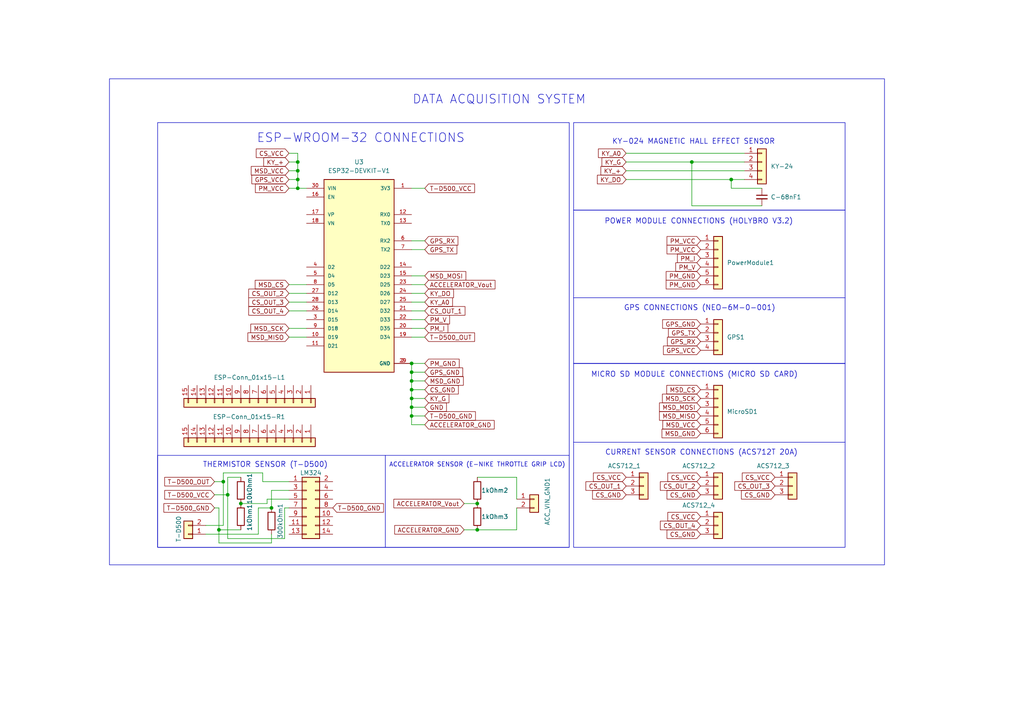
<source format=kicad_sch>
(kicad_sch (version 20231120) (generator "eeschema") (generator_version "8.0")
  (paper "A4")
  (title_block (title "DATA ACQUISITION SYSTEM") (company "GRUPO DE CONTROL AUTOMATICO"))
  (lib_symbols
    (symbol "Connector_Generic:Conn_01x02" (pin_names (offset 1.016) hide)
      (property "Reference" "J" (at 0 2.54 0))
      (property "Value" "Conn_01x02" (at 0 -5.08 0))
      (symbol "Conn_01x02_1_1"
        (rectangle (start -1.27 -2.413) (end 0 -2.667) (stroke (width 0.1524)))
        (rectangle (start -1.27 0.127) (end 0 -0.127) (stroke (width 0.1524)))
        (rectangle (start -1.27 1.27) (end 1.27 -3.81) (stroke (width 0.254)) (fill (type background)))
        (pin passive line (at -5.08 0 0) (length 3.81) (name "Pin_1") (number "1"))
        (pin passive line (at -5.08 -2.54 0) (length 3.81) (name "Pin_2") (number "2"))
      )
    )
    (symbol "Connector_Generic:Conn_01x03" (pin_names (offset 1.016) hide)
      (property "Reference" "J" (at 0 5.08 0))
      (property "Value" "Conn_01x03" (at 0 -5.08 0))
      (symbol "Conn_01x03_1_1"
        (rectangle (start -1.27 -2.413) (end 0 -2.667) (stroke (width 0.1524)))
        (rectangle (start -1.27 0.127) (end 0 -0.127) (stroke (width 0.1524)))
        (rectangle (start -1.27 2.667) (end 0 2.413) (stroke (width 0.1524)))
        (rectangle (start -1.27 3.81) (end 1.27 -3.81) (stroke (width 0.254)) (fill (type background)))
        (pin passive line (at -5.08 2.54 0) (length 3.81) (name "Pin_1") (number "1"))
        (pin passive line (at -5.08 0 0) (length 3.81) (name "Pin_2") (number "2"))
        (pin passive line (at -5.08 -2.54 0) (length 3.81) (name "Pin_3") (number "3"))
      )
    )
    (symbol "Connector_Generic:Conn_01x04" (pin_names (offset 1.016) hide)
      (property "Reference" "J" (at 0 5.08 0))
      (property "Value" "Conn_01x04" (at 0 -7.62 0))
      (symbol "Conn_01x04_1_1"
        (rectangle (start -1.27 -4.953) (end 0 -5.207) (stroke (width 0.1524)))
        (rectangle (start -1.27 -2.413) (end 0 -2.667) (stroke (width 0.1524)))
        (rectangle (start -1.27 0.127) (end 0 -0.127) (stroke (width 0.1524)))
        (rectangle (start -1.27 2.667) (end 0 2.413) (stroke (width 0.1524)))
        (rectangle (start -1.27 3.81) (end 1.27 -6.35) (stroke (width 0.254)) (fill (type background)))
        (pin passive line (at -5.08 2.54 0) (length 3.81) (name "Pin_1") (number "1"))
        (pin passive line (at -5.08 0 0) (length 3.81) (name "Pin_2") (number "2"))
        (pin passive line (at -5.08 -2.54 0) (length 3.81) (name "Pin_3") (number "3"))
        (pin passive line (at -5.08 -5.08 0) (length 3.81) (name "Pin_4") (number "4"))
      )
    )
    (symbol "Connector_Generic:Conn_01x06" (pin_names (offset 1.016) hide)
      (property "Reference" "J" (at 0 7.62 0))
      (property "Value" "Conn_01x06" (at 0 -10.16 0))
      (symbol "Conn_01x06_1_1"
        (rectangle (start -1.27 -7.493) (end 0 -7.747) (stroke (width 0.1524)))
        (rectangle (start -1.27 -4.953) (end 0 -5.207) (stroke (width 0.1524)))
        (rectangle (start -1.27 -2.413) (end 0 -2.667) (stroke (width 0.1524)))
        (rectangle (start -1.27 0.127) (end 0 -0.127) (stroke (width 0.1524)))
        (rectangle (start -1.27 2.667) (end 0 2.413) (stroke (width 0.1524)))
        (rectangle (start -1.27 5.207) (end 0 4.953) (stroke (width 0.1524)))
        (rectangle (start -1.27 6.35) (end 1.27 -8.89) (stroke (width 0.254)) (fill (type background)))
        (pin passive line (at -5.08 5.08 0) (length 3.81) (name "Pin_1") (number "1"))
        (pin passive line (at -5.08 2.54 0) (length 3.81) (name "Pin_2") (number "2"))
        (pin passive line (at -5.08 0 0) (length 3.81) (name "Pin_3") (number "3"))
        (pin passive line (at -5.08 -2.54 0) (length 3.81) (name "Pin_4") (number "4"))
        (pin passive line (at -5.08 -5.08 0) (length 3.81) (name "Pin_5") (number "5"))
        (pin passive line (at -5.08 -7.62 0) (length 3.81) (name "Pin_6") (number "6"))
      )
    )
    (symbol "Connector_Generic:Conn_01x15" (pin_names (offset 1.016) hide)
      (property "Reference" "J" (at 0 20.32 0))
      (property "Value" "Conn_01x15" (at 0 -20.32 0))
      (symbol "Conn_01x15_1_1"
        (rectangle (start -1.27 -17.653) (end 0 -17.907) (stroke (width 0.1524)))
        (rectangle (start -1.27 -15.113) (end 0 -15.367) (stroke (width 0.1524)))
        (rectangle (start -1.27 -12.573) (end 0 -12.827) (stroke (width 0.1524)))
        (rectangle (start -1.27 -10.033) (end 0 -10.287) (stroke (width 0.1524)))
        (rectangle (start -1.27 -7.493) (end 0 -7.747) (stroke (width 0.1524)))
        (rectangle (start -1.27 -4.953) (end 0 -5.207) (stroke (width 0.1524)))
        (rectangle (start -1.27 -2.413) (end 0 -2.667) (stroke (width 0.1524)))
        (rectangle (start -1.27 0.127) (end 0 -0.127) (stroke (width 0.1524)))
        (rectangle (start -1.27 2.667) (end 0 2.413) (stroke (width 0.1524)))
        (rectangle (start -1.27 5.207) (end 0 4.953) (stroke (width 0.1524)))
        (rectangle (start -1.27 7.747) (end 0 7.493) (stroke (width 0.1524)))
        (rectangle (start -1.27 10.287) (end 0 10.033) (stroke (width 0.1524)))
        (rectangle (start -1.27 12.827) (end 0 12.573) (stroke (width 0.1524)))
        (rectangle (start -1.27 15.367) (end 0 15.113) (stroke (width 0.1524)))
        (rectangle (start -1.27 17.907) (end 0 17.653) (stroke (width 0.1524)))
        (rectangle (start -1.27 19.05) (end 1.27 -19.05) (stroke (width 0.254)) (fill (type background)))
        (pin passive line (at -5.08 17.78 0) (length 3.81) (name "Pin_1") (number "1"))
        (pin passive line (at -5.08 -5.08 0) (length 3.81) (name "Pin_10") (number "10"))
        (pin passive line (at -5.08 -7.62 0) (length 3.81) (name "Pin_11") (number "11"))
        (pin passive line (at -5.08 -10.16 0) (length 3.81) (name "Pin_12") (number "12"))
        (pin passive line (at -5.08 -12.7 0) (length 3.81) (name "Pin_13") (number "13"))
        (pin passive line (at -5.08 -15.24 0) (length 3.81) (name "Pin_14") (number "14"))
        (pin passive line (at -5.08 -17.78 0) (length 3.81) (name "Pin_15") (number "15"))
        (pin passive line (at -5.08 15.24 0) (length 3.81) (name "Pin_2") (number "2"))
        (pin passive line (at -5.08 12.7 0) (length 3.81) (name "Pin_3") (number "3"))
        (pin passive line (at -5.08 10.16 0) (length 3.81) (name "Pin_4") (number "4"))
        (pin passive line (at -5.08 7.62 0) (length 3.81) (name "Pin_5") (number "5"))
        (pin passive line (at -5.08 5.08 0) (length 3.81) (name "Pin_6") (number "6"))
        (pin passive line (at -5.08 2.54 0) (length 3.81) (name "Pin_7") (number "7"))
        (pin passive line (at -5.08 0 0) (length 3.81) (name "Pin_8") (number "8"))
        (pin passive line (at -5.08 -2.54 0) (length 3.81) (name "Pin_9") (number "9"))
      )
    )
    (symbol "Connector_Generic:Conn_02x07_Odd_Even" (pin_names (offset 1.016) hide)
      (property "Reference" "J" (at 1.27 10.16 0))
      (property "Value" "Conn_02x07_Odd_Even" (at 1.27 -10.16 0))
      (symbol "Conn_02x07_Odd_Even_1_1"
        (rectangle (start -1.27 -7.493) (end 0 -7.747) (stroke (width 0.1524)))
        (rectangle (start -1.27 -4.953) (end 0 -5.207) (stroke (width 0.1524)))
        (rectangle (start -1.27 -2.413) (end 0 -2.667) (stroke (width 0.1524)))
        (rectangle (start -1.27 0.127) (end 0 -0.127) (stroke (width 0.1524)))
        (rectangle (start -1.27 2.667) (end 0 2.413) (stroke (width 0.1524)))
        (rectangle (start -1.27 5.207) (end 0 4.953) (stroke (width 0.1524)))
        (rectangle (start -1.27 7.747) (end 0 7.493) (stroke (width 0.1524)))
        (rectangle (start -1.27 8.89) (end 3.81 -8.89) (stroke (width 0.254)) (fill (type background)))
        (rectangle (start 3.81 -7.493) (end 2.54 -7.747) (stroke (width 0.1524)))
        (rectangle (start 3.81 -4.953) (end 2.54 -5.207) (stroke (width 0.1524)))
        (rectangle (start 3.81 -2.413) (end 2.54 -2.667) (stroke (width 0.1524)))
        (rectangle (start 3.81 0.127) (end 2.54 -0.127) (stroke (width 0.1524)))
        (rectangle (start 3.81 2.667) (end 2.54 2.413) (stroke (width 0.1524)))
        (rectangle (start 3.81 5.207) (end 2.54 4.953) (stroke (width 0.1524)))
        (rectangle (start 3.81 7.747) (end 2.54 7.493) (stroke (width 0.1524)))
        (pin passive line (at -5.08 7.62 0) (length 3.81) (name "Pin_1") (number "1"))
        (pin passive line (at 7.62 -2.54 180) (length 3.81) (name "Pin_10") (number "10"))
        (pin passive line (at -5.08 -5.08 0) (length 3.81) (name "Pin_11") (number "11"))
        (pin passive line (at 7.62 -5.08 180) (length 3.81) (name "Pin_12") (number "12"))
        (pin passive line (at -5.08 -7.62 0) (length 3.81) (name "Pin_13") (number "13"))
        (pin passive line (at 7.62 -7.62 180) (length 3.81) (name "Pin_14") (number "14"))
        (pin passive line (at 7.62 7.62 180) (length 3.81) (name "Pin_2") (number "2"))
        (pin passive line (at -5.08 5.08 0) (length 3.81) (name "Pin_3") (number "3"))
        (pin passive line (at 7.62 5.08 180) (length 3.81) (name "Pin_4") (number "4"))
        (pin passive line (at -5.08 2.54 0) (length 3.81) (name "Pin_5") (number "5"))
        (pin passive line (at 7.62 2.54 180) (length 3.81) (name "Pin_6") (number "6"))
        (pin passive line (at -5.08 0 0) (length 3.81) (name "Pin_7") (number "7"))
        (pin passive line (at 7.62 0 180) (length 3.81) (name "Pin_8") (number "8"))
        (pin passive line (at -5.08 -2.54 0) (length 3.81) (name "Pin_9") (number "9"))
      )
    )
    (symbol "Device:C_Small" (pin_numbers hide) (pin_names (offset 0.254) hide)
      (property "Reference" "C" (at 0.254 1.778 0))
      (property "Value" "C_Small" (at 0.254 -2.032 0))
      (symbol "C_Small_0_1"
        (polyline (pts (xy -1.524 -0.508) (xy 1.524 -0.508)) (stroke (width 0.3302)))
        (polyline (pts (xy -1.524 0.508) (xy 1.524 0.508)) (stroke (width 0.3048)))
      )
      (symbol "C_Small_1_1"
        (pin passive line (at 0 2.54 270) (length 2.032) (name "~") (number "1"))
        (pin passive line (at 0 -2.54 90) (length 2.032) (name "~") (number "2"))
      )
    )
    (symbol "Device:R" (pin_numbers hide) (pin_names (offset 0))
      (property "Reference" "R" (at 2.032 0 90))
      (property "Value" "R" (at 0 0 90))
      (symbol "R_0_1"
        (rectangle (start -1.016 -2.54) (end 1.016 2.54) (stroke (width 0.254)))
      )
      (symbol "R_1_1"
        (pin passive line (at 0 3.81 270) (length 1.27) (name "~") (number "1"))
        (pin passive line (at 0 -3.81 90) (length 1.27) (name "~") (number "2"))
      )
    )
    (symbol "ESP32-DEVKIT-V1:ESP32-DEVKIT-V1" (pin_names (offset 1.016))
      (property "Reference" "U" (at -10.16 30.48 0))
      (property "Value" "ESP32-DEVKIT-V1" (at -10.16 -30.48 0))
      (symbol "ESP32-DEVKIT-V1_0_0"
        (rectangle (start -10.16 -27.94) (end 10.16 27.94) (stroke (width 0.254)) (fill (type background)))
        (pin output line (at 15.24 25.4 180) (length 5.08) (name "3V3") (number "1"))
        (pin bidirectional line (at -15.24 -17.78 0) (length 5.08) (name "D19") (number "10"))
        (pin bidirectional line (at -15.24 -20.32 0) (length 5.08) (name "D21") (number "11"))
        (pin input line (at 15.24 17.78 180) (length 5.08) (name "RX0") (number "12"))
        (pin output line (at 15.24 15.24 180) (length 5.08) (name "TX0") (number "13"))
        (pin bidirectional line (at 15.24 2.54 180) (length 5.08) (name "D22") (number "14"))
        (pin bidirectional line (at 15.24 0 180) (length 5.08) (name "D23") (number "15"))
        (pin input line (at -15.24 22.86 0) (length 5.08) (name "EN") (number "16"))
        (pin bidirectional line (at -15.24 17.78 0) (length 5.08) (name "VP") (number "17"))
        (pin bidirectional line (at -15.24 15.24 0) (length 5.08) (name "VN") (number "18"))
        (pin bidirectional line (at 15.24 -17.78 180) (length 5.08) (name "D34") (number "19"))
        (pin power_in line (at 15.24 -25.4 180) (length 5.08) (name "GND") (number "2"))
        (pin bidirectional line (at 15.24 -15.24 180) (length 5.08) (name "D35") (number "20"))
        (pin bidirectional line (at 15.24 -10.16 180) (length 5.08) (name "D32") (number "21"))
        (pin bidirectional line (at 15.24 -12.7 180) (length 5.08) (name "D33") (number "22"))
        (pin bidirectional line (at 15.24 -2.54 180) (length 5.08) (name "D25") (number "23"))
        (pin bidirectional line (at 15.24 -5.08 180) (length 5.08) (name "D26") (number "24"))
        (pin bidirectional line (at 15.24 -7.62 180) (length 5.08) (name "D27") (number "25"))
        (pin bidirectional line (at -15.24 -10.16 0) (length 5.08) (name "D14") (number "26"))
        (pin bidirectional line (at -15.24 -5.08 0) (length 5.08) (name "D12") (number "27"))
        (pin bidirectional line (at -15.24 -7.62 0) (length 5.08) (name "D13") (number "28"))
        (pin power_in line (at 15.24 -25.4 180) (length 5.08) (name "GND") (number "29"))
        (pin bidirectional line (at -15.24 -12.7 0) (length 5.08) (name "D15") (number "3"))
        (pin input line (at -15.24 25.4 0) (length 5.08) (name "VIN") (number "30"))
        (pin bidirectional line (at -15.24 2.54 0) (length 5.08) (name "D2") (number "4"))
        (pin bidirectional line (at -15.24 0 0) (length 5.08) (name "D4") (number "5"))
        (pin input line (at 15.24 10.16 180) (length 5.08) (name "RX2") (number "6"))
        (pin output line (at 15.24 7.62 180) (length 5.08) (name "TX2") (number "7"))
        (pin bidirectional line (at -15.24 -2.54 0) (length 5.08) (name "D5") (number "8"))
        (pin bidirectional line (at -15.24 -15.24 0) (length 5.08) (name "D18") (number "9"))
      )
    )
  )
  (junction (at 86.36 54.61))
  (junction (at 119.38 113.03))
  (junction (at 138.43 146.05))
  (junction (at 119.38 107.95))
  (junction (at 119.38 118.11))
  (junction (at 66.04 143.51))
  (junction (at 119.38 120.65))
  (junction (at 212.09 52.07))
  (junction (at 64.77 139.7))
  (junction (at 138.43 153.67))
  (junction (at 63.5 153.67))
  (junction (at 86.36 46.99))
  (junction (at 119.38 115.57))
  (junction (at 119.38 105.41))
  (junction (at 78.74 147.32))
  (junction (at 86.36 49.53))
  (junction (at 119.38 110.49))
  (junction (at 86.36 52.07))
  (junction (at 200.66 46.99))
  (junction (at 69.85 146.05))
  (wire (pts (xy 86.36 52.07) (xy 86.36 54.61)))
  (wire (pts (xy 123.19 54.61) (xy 119.38 54.61)))
  (wire (pts (xy 200.66 46.99) (xy 215.9 46.99)))
  (wire (pts (xy 134.62 153.67) (xy 138.43 153.67)))
  (wire (pts (xy 82.55 156.21) (xy 82.55 147.32)))
  (wire (pts (xy 76.2 137.16) (xy 76.2 139.7)))
  (wire (pts (xy 77.47 144.78) (xy 77.47 146.05)))
  (wire (pts (xy 83.82 97.79) (xy 88.9 97.79)))
  (wire (pts (xy 119.38 110.49) (xy 119.38 113.03)))
  (wire (pts (xy 83.82 85.09) (xy 88.9 85.09)))
  (wire (pts (xy 119.38 80.01) (xy 123.19 80.01)))
  (wire (pts (xy 76.2 139.7) (xy 83.82 139.7)))
  (wire (pts (xy 83.82 142.24) (xy 78.74 142.24)))
  (wire (pts (xy 83.82 46.99) (xy 86.36 46.99)))
  (wire (pts (xy 86.36 46.99) (xy 86.36 49.53)))
  (wire (pts (xy 62.23 143.51) (xy 66.04 143.51)))
  (wire (pts (xy 149.86 138.43) (xy 138.43 138.43)))
  (wire (pts (xy 63.5 147.32) (xy 63.5 153.67)))
  (wire (pts (xy 119.38 105.41) (xy 119.38 107.95)))
  (wire (pts (xy 123.19 123.19) (xy 119.38 123.19)))
  (wire (pts (xy 86.36 54.61) (xy 88.9 54.61)))
  (wire (pts (xy 62.23 139.7) (xy 64.77 139.7)))
  (wire (pts (xy 119.38 90.17) (xy 123.19 90.17)))
  (wire (pts (xy 119.38 123.19) (xy 119.38 120.65)))
  (wire (pts (xy 149.86 147.32) (xy 149.86 153.67)))
  (wire (pts (xy 83.82 144.78) (xy 77.47 144.78)))
  (wire (pts (xy 63.5 153.67) (xy 69.85 153.67)))
  (wire (pts (xy 59.69 152.4) (xy 64.77 152.4)))
  (wire (pts (xy 212.09 54.61) (xy 212.09 52.07)))
  (wire (pts (xy 123.19 115.57) (xy 119.38 115.57)))
  (wire (pts (xy 119.38 107.95) (xy 119.38 110.49)))
  (wire (pts (xy 83.82 49.53) (xy 86.36 49.53)))
  (wire (pts (xy 134.62 146.05) (xy 138.43 146.05)))
  (wire (pts (xy 220.98 54.61) (xy 212.09 54.61)))
  (wire (pts (xy 149.86 144.78) (xy 149.86 138.43)))
  (wire (pts (xy 74.93 154.94) (xy 74.93 147.32)))
  (wire (pts (xy 220.98 59.69) (xy 200.66 59.69)))
  (wire (pts (xy 78.74 142.24) (xy 78.74 147.32)))
  (wire (pts (xy 200.66 59.69) (xy 200.66 46.99)))
  (wire (pts (xy 181.61 52.07) (xy 212.09 52.07)))
  (wire (pts (xy 78.74 157.48) (xy 63.5 157.48)))
  (wire (pts (xy 83.82 44.45) (xy 86.36 44.45)))
  (wire (pts (xy 86.36 44.45) (xy 86.36 46.99)))
  (wire (pts (xy 66.04 156.21) (xy 82.55 156.21)))
  (wire (pts (xy 83.82 82.55) (xy 88.9 82.55)))
  (wire (pts (xy 149.86 153.67) (xy 138.43 153.67)))
  (wire (pts (xy 119.38 120.65) (xy 119.38 118.11)))
  (wire (pts (xy 83.82 90.17) (xy 88.9 90.17)))
  (wire (pts (xy 119.38 95.25) (xy 123.19 95.25)))
  (wire (pts (xy 119.38 72.39) (xy 123.19 72.39)))
  (wire (pts (xy 123.19 110.49) (xy 119.38 110.49)))
  (wire (pts (xy 119.38 118.11) (xy 119.38 115.57)))
  (wire (pts (xy 86.36 49.53) (xy 86.36 52.07)))
  (wire (pts (xy 74.93 147.32) (xy 78.74 147.32)))
  (wire (pts (xy 119.38 87.63) (xy 123.19 87.63)))
  (wire (pts (xy 66.04 138.43) (xy 66.04 143.51)))
  (wire (pts (xy 82.55 147.32) (xy 83.82 147.32)))
  (wire (pts (xy 59.69 154.94) (xy 74.93 154.94)))
  (wire (pts (xy 83.82 87.63) (xy 88.9 87.63)))
  (wire (pts (xy 66.04 143.51) (xy 66.04 156.21)))
  (wire (pts (xy 69.85 138.43) (xy 66.04 138.43)))
  (wire (pts (xy 119.38 105.41) (xy 123.19 105.41)))
  (wire (pts (xy 212.09 52.07) (xy 215.9 52.07)))
  (wire (pts (xy 123.19 120.65) (xy 119.38 120.65)))
  (wire (pts (xy 119.38 82.55) (xy 123.19 82.55)))
  (wire (pts (xy 83.82 95.25) (xy 88.9 95.25)))
  (wire (pts (xy 181.61 49.53) (xy 215.9 49.53)))
  (wire (pts (xy 181.61 46.99) (xy 200.66 46.99)))
  (wire (pts (xy 119.38 92.71) (xy 123.19 92.71)))
  (wire (pts (xy 83.82 52.07) (xy 86.36 52.07)))
  (wire (pts (xy 123.19 113.03) (xy 119.38 113.03)))
  (wire (pts (xy 69.85 146.05) (xy 77.47 146.05)))
  (wire (pts (xy 83.82 54.61) (xy 86.36 54.61)))
  (wire (pts (xy 119.38 115.57) (xy 119.38 113.03)))
  (wire (pts (xy 123.19 107.95) (xy 119.38 107.95)))
  (wire (pts (xy 63.5 157.48) (xy 63.5 153.67)))
  (wire (pts (xy 123.19 118.11) (xy 119.38 118.11)))
  (wire (pts (xy 181.61 44.45) (xy 215.9 44.45)))
  (wire (pts (xy 64.77 152.4) (xy 64.77 139.7)))
  (wire (pts (xy 119.38 97.79) (xy 123.19 97.79)))
  (wire (pts (xy 119.38 85.09) (xy 123.19 85.09)))
  (wire (pts (xy 78.74 154.94) (xy 78.74 157.48)))
  (wire (pts (xy 62.23 147.32) (xy 63.5 147.32)))
  (wire (pts (xy 119.38 69.85) (xy 123.19 69.85)))
  (wire (pts (xy 64.77 139.7) (xy 64.77 137.16)))
  (polyline (pts (xy 111.76 132.08) (xy 111.76 158.75)))
  (wire (pts (xy 64.77 137.16) (xy 76.2 137.16)))
  (rectangle (start 45.72 132.08) (end 165.1 158.75))
  (rectangle (start 166.37 86.36) (end 245.11 105.41))
  (rectangle (start 166.37 60.96) (end 245.11 86.36))
  (rectangle (start 31.75 22.86) (end 256.54 163.83))
  (rectangle (start 166.37 128.27) (end 245.11 158.75))
  (rectangle (start 166.37 35.56) (end 245.11 60.96))
  (rectangle (start 166.37 105.41) (end 245.11 128.27))
  (rectangle (start 45.72 35.56) (end 165.1 158.75))
  (text "ACCELERATOR SENSOR (E-NIKE THROTTLE GRIP LCD)" (at 138.43 134.874 0) (effects (font (size 1.27 1.27))))
  (text "POWER MODULE CONNECTIONS (HOLYBRO V3.2)" (at 202.692 64.262 0) (effects (font (size 1.524 1.524))))
  (text "KY-024 MAGNETIC HALL EFFECT SENSOR" (at 201.168 41.148 0) (effects (font (size 1.524 1.524))))
  (text "MICRO SD MODULE CONNECTIONS (MICRO SD CARD)" (at 201.422 108.712 0) (effects (font (size 1.524 1.524))))
  (text "ESP-WROOM-32 CONNECTIONS" (at 104.648 40.132 0) (effects (font (size 2.54 2.54))))
  (text "THERMISTOR SENSOR (T-D500)" (at 76.962 134.874 0) (effects (font (size 1.524 1.524))))
  (text "CURRENT SENSOR CONNECTIONS (ACS712T 20A)" (at 203.454 131.318 0) (effects (font (size 1.524 1.524))))
  (text "GPS CONNECTIONS (NEO-6M-0-001)" (at 202.946 89.408 0) (effects (font (size 1.524 1.524))))
  (text "DATA ACQUISITION SYSTEM" (at 144.78 28.956 0) (effects (font (size 2.54 2.54))))
  (global_label "PM_I" (shape input) (at 203.2 74.93 180) (property "Intersheetrefs" "${INTERSHEET_REFS}" (effects (hide yes))))
  (global_label "MSD_MOSI" (shape input) (at 203.2 118.11 180) (property "Intersheetrefs" "${INTERSHEET_REFS}" (effects (hide yes))))
  (global_label "GPS_GND" (shape input) (at 123.19 107.95 0) (property "Intersheetrefs" "${INTERSHEET_REFS}" (effects (hide yes))))
  (global_label "PM_GND" (shape input) (at 203.2 82.55 180) (property "Intersheetrefs" "${INTERSHEET_REFS}" (effects (hide yes))))
  (global_label "GPS_RX" (shape input) (at 203.2 99.06 180) (property "Intersheetrefs" "${INTERSHEET_REFS}" (effects (hide yes))))
  (global_label "T-D500_VCC" (shape input) (at 62.23 143.51 180) (property "Intersheetrefs" "${INTERSHEET_REFS}" (effects (hide yes))))
  (global_label "ACCELERATOR_Vout" (shape input) (at 123.19 82.55 0) (property "Intersheetrefs" "${INTERSHEET_REFS}" (effects (hide yes))))
  (global_label "MSD_MISO" (shape input) (at 83.82 97.79 180) (property "Intersheetrefs" "${INTERSHEET_REFS}" (effects (hide yes))))
  (global_label "MSD_SCK" (shape input) (at 83.82 95.25 180) (property "Intersheetrefs" "${INTERSHEET_REFS}" (effects (hide yes))))
  (global_label "MSD_GND" (shape input) (at 203.2 125.73 180) (property "Intersheetrefs" "${INTERSHEET_REFS}" (effects (hide yes))))
  (global_label "KY_DO" (shape input) (at 123.19 85.09 0) (property "Intersheetrefs" "${INTERSHEET_REFS}" (effects (hide yes))))
  (global_label "CS_VCC" (shape input) (at 203.2 138.43 180) (property "Intersheetrefs" "${INTERSHEET_REFS}" (effects (hide yes))))
  (global_label "MSD_SCK" (shape input) (at 203.2 115.57 180) (property "Intersheetrefs" "${INTERSHEET_REFS}" (effects (hide yes))))
  (global_label "CS_OUT_2" (shape input) (at 203.2 140.97 180) (property "Intersheetrefs" "${INTERSHEET_REFS}" (effects (hide yes))))
  (global_label "CS_VCC" (shape input) (at 181.61 138.43 180) (property "Intersheetrefs" "${INTERSHEET_REFS}" (effects (hide yes))))
  (global_label "CS_GND" (shape input) (at 181.61 143.51 180) (property "Intersheetrefs" "${INTERSHEET_REFS}" (effects (hide yes))))
  (global_label "KY_G" (shape input) (at 181.61 46.99 180) (property "Intersheetrefs" "${INTERSHEET_REFS}" (effects (hide yes))))
  (global_label "CS_OUT_4" (shape input) (at 203.2 152.4 180) (property "Intersheetrefs" "${INTERSHEET_REFS}" (effects (hide yes))))
  (global_label "GPS_VCC" (shape input) (at 83.82 52.07 180) (property "Intersheetrefs" "${INTERSHEET_REFS}" (effects (hide yes))))
  (global_label "CS_GND" (shape input) (at 203.2 143.51 180) (property "Intersheetrefs" "${INTERSHEET_REFS}" (effects (hide yes))))
  (global_label "T-D500_OUT" (shape input) (at 123.19 97.79 0) (property "Intersheetrefs" "${INTERSHEET_REFS}" (effects (hide yes))))
  (global_label "GPS_TX" (shape input) (at 203.2 96.52 180) (property "Intersheetrefs" "${INTERSHEET_REFS}" (effects (hide yes))))
  (global_label "PM_V" (shape input) (at 123.19 92.71 0) (property "Intersheetrefs" "${INTERSHEET_REFS}" (effects (hide yes))))
  (global_label "CS_GND" (shape input) (at 224.79 143.51 180) (property "Intersheetrefs" "${INTERSHEET_REFS}" (effects (hide yes))))
  (global_label "PM_VCC" (shape input) (at 203.2 69.85 180) (property "Intersheetrefs" "${INTERSHEET_REFS}" (effects (hide yes))))
  (global_label "ACCELERATOR_GND" (shape input) (at 123.19 123.19 0) (property "Intersheetrefs" "${INTERSHEET_REFS}" (effects (hide yes))))
  (global_label "GPS_GND" (shape input) (at 203.2 93.98 180) (property "Intersheetrefs" "${INTERSHEET_REFS}" (effects (hide yes))))
  (global_label "MSD_GND" (shape input) (at 123.19 110.49 0) (property "Intersheetrefs" "${INTERSHEET_REFS}" (effects (hide yes))))
  (global_label "T-D500_OUT" (shape input) (at 62.23 139.7 180) (property "Intersheetrefs" "${INTERSHEET_REFS}" (effects (hide yes))))
  (global_label "T-D500_GND" (shape input) (at 123.19 120.65 0) (property "Intersheetrefs" "${INTERSHEET_REFS}" (effects (hide yes))))
  (global_label "GND" (shape input) (at 123.19 118.11 0) (property "Intersheetrefs" "${INTERSHEET_REFS}" (effects (hide yes))))
  (global_label "MSD_MOSI" (shape input) (at 123.19 80.01 0) (property "Intersheetrefs" "${INTERSHEET_REFS}" (effects (hide yes))))
  (global_label "CS_OUT_3" (shape input) (at 224.79 140.97 180) (property "Intersheetrefs" "${INTERSHEET_REFS}" (effects (hide yes))))
  (global_label "PM_GND" (shape input) (at 123.19 105.41 0) (property "Intersheetrefs" "${INTERSHEET_REFS}" (effects (hide yes))))
  (global_label "GPS_TX" (shape input) (at 123.19 72.39 0) (property "Intersheetrefs" "${INTERSHEET_REFS}" (effects (hide yes))))
  (global_label "T-D500_VCC" (shape input) (at 123.19 54.61 0) (property "Intersheetrefs" "${INTERSHEET_REFS}" (effects (hide yes))))
  (global_label "PM_I" (shape input) (at 123.19 95.25 0) (property "Intersheetrefs" "${INTERSHEET_REFS}" (effects (hide yes))))
  (global_label "CS_OUT_1" (shape input) (at 123.19 90.17 0) (property "Intersheetrefs" "${INTERSHEET_REFS}" (effects (hide yes))))
  (global_label "PM_V" (shape input) (at 203.2 77.47 180) (property "Intersheetrefs" "${INTERSHEET_REFS}" (effects (hide yes))))
  (global_label "KY_A0" (shape input) (at 123.19 87.63 0) (property "Intersheetrefs" "${INTERSHEET_REFS}" (effects (hide yes))))
  (global_label "GPS_VCC" (shape input) (at 203.2 101.6 180) (property "Intersheetrefs" "${INTERSHEET_REFS}" (effects (hide yes))))
  (global_label "KY_G" (shape input) (at 123.19 115.57 0) (property "Intersheetrefs" "${INTERSHEET_REFS}" (effects (hide yes))))
  (global_label "CS_VCC" (shape input) (at 224.79 138.43 180) (property "Intersheetrefs" "${INTERSHEET_REFS}" (effects (hide yes))))
  (global_label "CS_GND" (shape input) (at 123.19 113.03 0) (property "Intersheetrefs" "${INTERSHEET_REFS}" (effects (hide yes))))
  (global_label "KY_+" (shape input) (at 181.61 49.53 180) (property "Intersheetrefs" "${INTERSHEET_REFS}" (effects (hide yes))))
  (global_label "CS_GND" (shape input) (at 203.2 154.94 180) (property "Intersheetrefs" "${INTERSHEET_REFS}" (effects (hide yes))))
  (global_label "MSD_MISO" (shape input) (at 203.2 120.65 180) (property "Intersheetrefs" "${INTERSHEET_REFS}" (effects (hide yes))))
  (global_label "CS_OUT_3" (shape input) (at 83.82 87.63 180) (property "Intersheetrefs" "${INTERSHEET_REFS}" (effects (hide yes))))
  (global_label "CS_VCC" (shape input) (at 203.2 149.86 180) (property "Intersheetrefs" "${INTERSHEET_REFS}" (effects (hide yes))))
  (global_label "KY_A0" (shape input) (at 181.61 44.45 180) (property "Intersheetrefs" "${INTERSHEET_REFS}" (effects (hide yes))))
  (global_label "MSD_VCC" (shape input) (at 83.82 49.53 180) (property "Intersheetrefs" "${INTERSHEET_REFS}" (effects (hide yes))))
  (global_label "ACCELERATOR_Vout" (shape input) (at 134.62 146.05 180) (property "Intersheetrefs" "${INTERSHEET_REFS}" (effects (hide yes))))
  (global_label "ACCELERATOR_GND" (shape input) (at 134.62 153.67 180) (property "Intersheetrefs" "${INTERSHEET_REFS}" (effects (hide yes))))
  (global_label "GPS_RX" (shape input) (at 123.19 69.85 0) (property "Intersheetrefs" "${INTERSHEET_REFS}" (effects (hide yes))))
  (global_label "MSD_CS" (shape input) (at 203.2 113.03 180) (property "Intersheetrefs" "${INTERSHEET_REFS}" (effects (hide yes))))
  (global_label "CS_OUT_1" (shape input) (at 181.61 140.97 180) (property "Intersheetrefs" "${INTERSHEET_REFS}" (effects (hide yes))))
  (global_label "CS_VCC" (shape input) (at 83.82 44.45 180) (property "Intersheetrefs" "${INTERSHEET_REFS}" (effects (hide yes))))
  (global_label "KY_DO" (shape input) (at 181.61 52.07 180) (property "Intersheetrefs" "${INTERSHEET_REFS}" (effects (hide yes))))
  (global_label "MSD_CS" (shape input) (at 83.82 82.55 180) (property "Intersheetrefs" "${INTERSHEET_REFS}" (effects (hide yes))))
  (global_label "CS_OUT_2" (shape input) (at 83.82 85.09 180) (property "Intersheetrefs" "${INTERSHEET_REFS}" (effects (hide yes))))
  (global_label "T-D500_GND" (shape input) (at 62.23 147.32 180) (property "Intersheetrefs" "${INTERSHEET_REFS}" (effects (hide yes))))
  (global_label "PM_VCC" (shape input) (at 83.82 54.61 180) (property "Intersheetrefs" "${INTERSHEET_REFS}" (effects (hide yes))))
  (global_label "T-D500_GND" (shape input) (at 96.52 147.32 0) (property "Intersheetrefs" "${INTERSHEET_REFS}" (effects (hide yes))))
  (global_label "PM_VCC" (shape input) (at 203.2 72.39 180) (property "Intersheetrefs" "${INTERSHEET_REFS}" (effects (hide yes))))
  (global_label "PM_GND" (shape input) (at 203.2 80.01 180) (property "Intersheetrefs" "${INTERSHEET_REFS}" (effects (hide yes))))
  (global_label "KY_+" (shape input) (at 83.82 46.99 180) (property "Intersheetrefs" "${INTERSHEET_REFS}" (effects (hide yes))))
  (global_label "MSD_VCC" (shape input) (at 203.2 123.19 180) (property "Intersheetrefs" "${INTERSHEET_REFS}" (effects (hide yes))))
  (global_label "CS_OUT_4" (shape input) (at 83.82 90.17 180) (property "Intersheetrefs" "${INTERSHEET_REFS}" (effects (hide yes))))
  (symbol (lib_id "Device:R") (at 78.74 151.13 0) (unit 1)
    (property "Reference" "300kOhm1" (at 81.28 151.13 90))
    (property "Value" "R" (effects (hide yes)))
    (property "Footprint" "Connector_PinSocket_2.54mm:PinSocket_1x02_P2.54mm_Vertical" (effects (hide yes)))
    (property "Description" "Resistor" (effects (hide yes)))
  )
  (symbol (lib_id "Connector_Generic:Conn_01x04") (at 208.28 96.52 0) (unit 1)
    (property "Reference" "GPS1" (at 210.82 97.7899 0) (effects (justify left)))
    (property "Value" "Conn_01x04" (effects (hide yes)))
    (property "Footprint" "Connector_PinSocket_2.54mm:PinSocket_1x04_P2.54mm_Vertical" (effects (hide yes)))
    (property "Description" "Generic connector, single row, 01x04, script generated (kicad-library-utils/schlib/autogen/connector/)" (effects (hide yes)))
  )
  (symbol (lib_id "Device:R") (at 138.43 142.24 0) (unit 1)
    (property "Reference" "1kOhm2" (at 143.51 142.24 0))
    (property "Value" "R" (effects (hide yes)))
    (property "Footprint" "Connector_PinSocket_2.54mm:PinSocket_1x02_P2.54mm_Vertical" (effects (hide yes)))
    (property "Description" "Resistor" (effects (hide yes)))
  )
  (symbol (lib_id "Connector_Generic:Conn_01x02") (at 54.61 154.94 180) (unit 1)
    (property "Reference" "T-D500" (at 51.816 149.606 90) (effects (justify left)))
    (property "Value" "Conn_01x02" (effects (hide yes)))
    (property "Footprint" "Connector_PinSocket_2.54mm:PinSocket_1x02_P2.54mm_Vertical" (effects (hide yes)))
    (property "Description" "Generic connector, single row, 01x02, script generated (kicad-library-utils/schlib/autogen/connector/)" (effects (hide yes)))
  )
  (symbol (lib_id "Connector_Generic:Conn_01x15") (at 72.39 116.84 270) (unit 1)
    (property "Reference" "ESP-Conn_01x15-L1" (at 61.976 109.474 90) (effects (justify left)))
    (property "Value" "Conn_01x15" (effects (hide yes)))
    (property "Footprint" "Connector_PinSocket_2.54mm:PinSocket_1x15_P2.54mm_Vertical" (effects (hide yes)))
    (property "Description" "Generic connector, single row, 01x15, script generated (kicad-library-utils/schlib/autogen/connector/)" (effects (hide yes)))
  )
  (symbol (lib_id "Connector_Generic:Conn_01x06") (at 208.28 74.93 0) (unit 1)
    (property "Reference" "PowerModule1" (at 210.82 76.1999 0) (effects (justify left)))
    (property "Value" "Conn_01x06" (effects (hide yes)))
    (property "Footprint" "Connector_PinSocket_2.54mm:PinSocket_1x06_P2.54mm_Vertical" (effects (hide yes)))
    (property "Description" "Generic connector, single row, 01x06, script generated (kicad-library-utils/schlib/autogen/connector/)" (effects (hide yes)))
  )
  (symbol (lib_id "Device:R") (at 69.85 142.24 0) (unit 1)
    (property "Reference" "10kOhm1" (at 72.39 141.732 90))
    (property "Value" "R" (effects (hide yes)))
    (property "Footprint" "Connector_PinSocket_2.54mm:PinSocket_1x02_P2.54mm_Vertical" (effects (hide yes)))
    (property "Description" "Resistor" (effects (hide yes)))
  )
  (symbol (lib_id "Connector_Generic:Conn_01x03") (at 186.69 140.97 0) (unit 1)
    (property "Reference" "ACS712_1" (at 176.276 135.128 0) (effects (justify left)))
    (property "Value" "Conn_01x03" (effects (hide yes)))
    (property "Footprint" "Connector_PinSocket_2.54mm:PinSocket_1x03_P2.54mm_Vertical" (effects (hide yes)))
    (property "Description" "Generic connector, single row, 01x03, script generated (kicad-library-utils/schlib/autogen/connector/)" (effects (hide yes)))
  )
  (symbol (lib_id "Device:R") (at 69.85 149.86 0) (unit 1)
    (property "Reference" "1kOhm1" (at 72.39 150.114 90))
    (property "Value" "R" (effects (hide yes)))
    (property "Footprint" "Connector_PinSocket_2.54mm:PinSocket_1x02_P2.54mm_Vertical" (effects (hide yes)))
    (property "Description" "Resistor" (effects (hide yes)))
  )
  (symbol (lib_id "Connector_Generic:Conn_01x03") (at 208.28 140.97 0) (unit 1)
    (property "Reference" "ACS712_2" (at 197.866 135.128 0) (effects (justify left)))
    (property "Value" "Conn_01x03" (effects (hide yes)))
    (property "Footprint" "Connector_PinSocket_2.54mm:PinSocket_1x03_P2.54mm_Vertical" (effects (hide yes)))
    (property "Description" "Generic connector, single row, 01x03, script generated (kicad-library-utils/schlib/autogen/connector/)" (effects (hide yes)))
  )
  (symbol (lib_id "Connector_Generic:Conn_01x03") (at 208.28 152.4 0) (unit 1)
    (property "Reference" "ACS712_4" (at 197.866 146.558 0) (effects (justify left)))
    (property "Value" "Conn_01x03" (effects (hide yes)))
    (property "Footprint" "Connector_PinSocket_2.54mm:PinSocket_1x03_P2.54mm_Vertical" (effects (hide yes)))
    (property "Description" "Generic connector, single row, 01x03, script generated (kicad-library-utils/schlib/autogen/connector/)" (effects (hide yes)))
  )
  (symbol (lib_id "ESP32-DEVKIT-V1:ESP32-DEVKIT-V1") (at 104.14 80.01 0) (unit 1)
    (property "Reference" "U3" (at 104.14 46.99 0))
    (property "Value" "ESP32-DEVKIT-V1" (at 104.14 49.53 0))
    (property "Footprint" "ESP32-DEVKIT-V1 (2):MODULE_ESP32_DEVKIT_V1" (effects (hide yes)))
    (property "MF" "Do it" (effects (hide yes)))
    (property "MAXIMUM_PACKAGE_HEIGHT" "6.8 mm" (effects (hide yes)))
    (property "Package" "None" (effects (hide yes)))
    (property "Price" "None" (effects (hide yes)))
    (property "Check_prices" "https://www.snapeda.com/parts/ESP32-DEVKIT-V1/Do+it/view-part/?ref=eda" (effects (hide yes)))
    (property "STANDARD" "Manufacturer Recommendations" (effects (hide yes)))
    (property "PARTREV" "N/A" (effects (hide yes)))
    (property "SnapEDA_Link" "https://www.snapeda.com/parts/ESP32-DEVKIT-V1/Do+it/view-part/?ref=snap" (effects (hide yes)))
    (property "MP" "ESP32-DEVKIT-V1" (effects (hide yes)))
    (property "Description_1" "\nDual core, Wi-Fi: 2.4 GHz up to 150 Mbits/s,BLE (Bluetooth Low Energy) and legacy Bluetooth, 32 bits, Up to 240 MHz\n" (effects (hide yes)))
    (property "Availability" "Not in stock" (effects (hide yes)))
    (property "MANUFACTURER" "DOIT" (effects (hide yes)))
  )
  (symbol (lib_id "Connector_Generic:Conn_01x06") (at 208.28 118.11 0) (unit 1)
    (property "Reference" "MicroSD1" (at 210.82 119.3799 0) (effects (justify left)))
    (property "Value" "Conn_01x06" (effects (hide yes)))
    (property "Footprint" "Connector_PinSocket_2.54mm:PinSocket_1x06_P2.54mm_Vertical" (effects (hide yes)))
    (property "Description" "Generic connector, single row, 01x06, script generated (kicad-library-utils/schlib/autogen/connector/)" (effects (hide yes)))
  )
  (symbol (lib_id "Connector_Generic:Conn_01x03") (at 229.87 140.97 0) (unit 1)
    (property "Reference" "ACS712_3" (at 219.456 135.128 0) (effects (justify left)))
    (property "Value" "Conn_01x03" (effects (hide yes)))
    (property "Footprint" "Connector_PinSocket_2.54mm:PinSocket_1x03_P2.54mm_Vertical" (effects (hide yes)))
    (property "Description" "Generic connector, single row, 01x03, script generated (kicad-library-utils/schlib/autogen/connector/)" (effects (hide yes)))
  )
  (symbol (lib_id "Device:C_Small") (at 220.98 57.15 0) (unit 1)
    (property "Reference" "C-68nF1" (at 223.52 57.1562 0) (effects (justify left)))
    (property "Value" "C_Small" (effects (hide yes)))
    (property "Footprint" "Connector_PinSocket_2.54mm:PinSocket_1x02_P2.54mm_Vertical" (effects (hide yes)))
    (property "Description" "Unpolarized capacitor, small symbol" (effects (hide yes)))
  )
  (symbol (lib_id "Connector_Generic:Conn_01x04") (at 220.98 46.99 0) (unit 1)
    (property "Reference" "KY-24" (at 223.52 48.2599 0) (effects (justify left)))
    (property "Value" "Conn_01x04" (effects (hide yes)))
    (property "Footprint" "Connector_PinSocket_2.54mm:PinSocket_1x04_P2.54mm_Vertical" (effects (hide yes)))
    (property "Description" "Generic connector, single row, 01x04, script generated (kicad-library-utils/schlib/autogen/connector/)" (effects (hide yes)))
  )
  (symbol (lib_id "Connector_Generic:Conn_01x15") (at 72.39 128.27 270) (unit 1)
    (property "Reference" "ESP-Conn_01x15-R1" (at 61.722 120.904 90) (effects (justify left)))
    (property "Value" "Conn_01x15" (effects (hide yes)))
    (property "Footprint" "Connector_PinSocket_2.54mm:PinSocket_1x15_P2.54mm_Vertical" (effects (hide yes)))
    (property "Description" "Generic connector, single row, 01x15, script generated (kicad-library-utils/schlib/autogen/connector/)" (effects (hide yes)))
  )
  (symbol (lib_id "Connector_Generic:Conn_01x02") (at 154.94 144.78 0) (unit 1)
    (property "Reference" "ACC_VIN_GND1" (at 158.75 152.4 90) (effects (justify left)))
    (property "Value" "Conn_01x02" (effects (hide yes)))
    (property "Footprint" "Connector_PinSocket_2.54mm:PinSocket_1x02_P2.54mm_Vertical" (effects (hide yes)))
    (property "Description" "Generic connector, single row, 01x02, script generated (kicad-library-utils/schlib/autogen/connector/)" (effects (hide yes)))
  )
  (symbol (lib_id "Connector_Generic:Conn_02x07_Odd_Even") (at 88.9 147.32 0) (unit 1)
    (property "Reference" "LM324" (at 90.17 137.16 0))
    (property "Value" "Conn_02x07_Odd_Even" (effects (hide yes)))
    (property "Footprint" "MyPrintFoot:LM324" (effects (hide yes)))
    (property "Description" "Generic connector, double row, 02x07, odd/even pin numbering scheme (row 1 odd numbers, row 2 even numbers), script generated (kicad-library-utils/schlib/autogen/connector/)" (effects (hide yes)))
  )
  (symbol (lib_id "Device:R") (at 138.43 149.86 0) (unit 1)
    (property "Reference" "1kOhm3" (at 143.51 149.86 0))
    (property "Value" "R" (effects (hide yes)))
    (property "Footprint" "Connector_PinSocket_2.54mm:PinSocket_1x02_P2.54mm_Vertical" (effects (hide yes)))
    (property "Description" "Resistor" (effects (hide yes)))
  )
)
</source>
